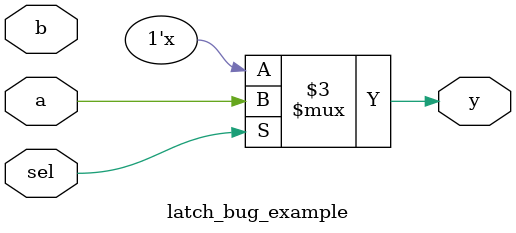
<source format=sv>

module latch_bug_example (
    input  logic a,
    input  logic b,
    input  logic sel,
    output logic y
);

    always @(*) begin
        if (sel)
            y = a;
        // ❌ y is not assigned when sel == 0 → latch inferred
    end

endmodule

</source>
